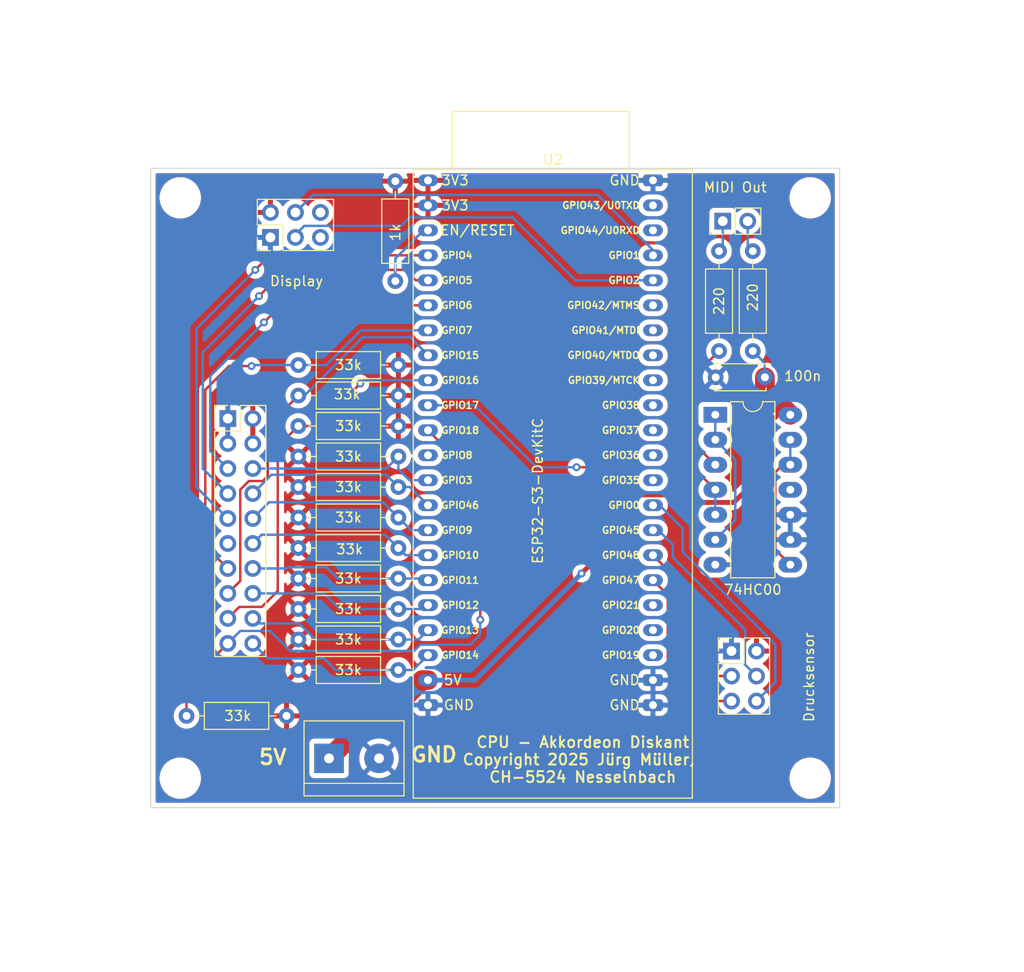
<source format=kicad_pcb>
(kicad_pcb (version 20211014) (generator pcbnew)
  (layers (0 "F.Cu" signal) (31 "B.Cu" signal) (34 "B.Paste" user) (35 "F.Paste" user) (36 "B.SilkS" user "B.Silkscreen") (37 "F.SilkS" user "F.Silkscreen") (38 "B.Mask" user) (39 "F.Mask" user) (44 "Edge.Cuts" user))
  (net 0 "")
  (net 1 "GND")
  (net 2 "+5V")
  (net 3 "Net-(J1-Pad1)")
  (net 4 "Net-(J1-Pad2)")
  (net 5 "Net-(J3-Pad3)")
  (net 6 "Net-(J3-Pad4)")
  (net 9 "Net-(J4-Pad3)")
  (net 10 "Net-(J4-Pad4)")
  (net 11 "Net-(J4-Pad5)")
  (net 12 "Net-(J4-Pad6)")
  (net 13 "Net-(J2-Pad19)")
  (net 14 "+3.3V")
  (net 15 "Net-(J2-Pad20)")
  (net 16 "Net-(J2-Pad17)")
  (net 17 "Net-(J2-Pad18)")
  (net 18 "Net-(J2-Pad15)")
  (net 19 "Net-(J2-Pad16)")
  (net 20 "Net-(J2-Pad13)")
  (net 21 "Net-(J2-Pad14)")
  (net 22 "Net-(J2-Pad12)")
  (net 23 "Net-(J2-Pad10)")
  (net 24 "Net-(J2-Pad8)")
  (net 25 "Net-(J2-Pad6)")
  (net 26 "Net-(R14-Pad1)")
  (net 27 "Net-(J2-Pad9)")
  (net 28 "Net-(J2-Pad7)")
  (net 29 "Net-(J2-Pad5)")
  (net 43 "Net-(U1-Pad1)")
  (net 44 "Net-(U1-Pad12)")
  (net 46 "Net-(R15-Pad2)")
  (net 47 "Net-(U1-Pad4)")
  (footprint "MyLibrary:Box_2x3" (layer "F.Cu") (at 208.28 101.6)
    (fp_text reference "J4" hide)
    (fp_text value "Drucksensor" (at 6.604 0.127 90 unlocked) (layer "F.SilkS"))
    (pad "1" thru_hole rect (at -1.275 -2.525) (size 1.7 1.7) (drill 1) (layers *.Cu *.Mask) (net 1 "GND"))
    (pad "2" thru_hole oval (at 1.265 -2.525) (size 1.7 1.7) (drill 1) (layers *.Cu *.Mask) (net 14 "+3.3V"))
    (pad "3" thru_hole oval (at -1.275 0.015) (size 1.7 1.7) (drill 1) (layers *.Cu *.Mask) (net 9 "Net-(J4-Pad3)"))
    (pad "4" thru_hole oval (at 1.265 0.015) (size 1.7 1.7) (drill 1) (layers *.Cu *.Mask) (net 10 "Net-(J4-Pad4)"))
    (pad "5" thru_hole oval (at -1.275 2.555) (size 1.7 1.7) (drill 1) (layers *.Cu *.Mask) (net 11 "Net-(J4-Pad5)"))
    (pad "6" thru_hole oval (at 1.265 2.555) (size 1.7 1.7) (drill 1) (layers *.Cu *.Mask) (net 12 "Net-(J4-Pad6)"))
  )
  (footprint "Resistor_THT:R_Axial_DIN0207_L6.3mm_D2.5mm_P10.16mm_Horizontal" (layer "F.Cu") (at 163 70)
    (fp_text reference "R8" hide)
    (fp_text value "33k" (at 5.08 0) (layer "F.SilkS"))
    (pad "1" thru_hole circle (at 0 0) (size 1.6 1.6) (drill 0.8) (layers *.Cu *.Mask) (net 20 "Net-(J2-Pad13)"))
    (pad "2" thru_hole oval (at 10.16 0) (size 1.6 1.6) (drill 0.8) (layers *.Cu *.Mask) (net 14 "+3.3V"))
  )
  (footprint "MountingHole:MountingHole_3.2mm_M3_ISO7380" (layer "F.Cu") (at 215 53)
    (fp_text reference "REF2" hide)
    (fp_text value "MountingHole_3.2mm_M3_ISO7380" hide)
    (pad "" np_thru_hole circle (at 0 0) (size 3.2 3.2) (drill 3.2) (layers F&B.Cu *.Mask))
  )
  (footprint "Resistor_THT:R_Axial_DIN0207_L6.3mm_D2.5mm_P10.16mm_Horizontal" (layer "F.Cu") (at 163 101)
    (fp_text reference "R3" hide)
    (fp_text value "33k" (at 5.08 0) (layer "F.SilkS"))
    (pad "1" thru_hole circle (at 0 0) (size 1.6 1.6) (drill 0.8) (layers *.Cu *.Mask) (net 14 "+3.3V"))
    (pad "2" thru_hole oval (at 10.16 0) (size 1.6 1.6) (drill 0.8) (layers *.Cu *.Mask) (net 15 "Net-(J2-Pad20)"))
  )
  (footprint "Connector_PinHeader_2.54mm:PinHeader_2x10_P2.54mm_Vertical" (layer "F.Cu") (at 155.829 75.438)
    (fp_text reference "J2" hide)
    (fp_text value "Conn_02x10_Odd_Even" hide)
    (pad "1" thru_hole rect (at 0 0) (size 1.7 1.7) (drill 1) (layers *.Cu *.Mask) (net 1 "GND"))
    (pad "2" thru_hole oval (at 2.54 0) (size 1.7 1.7) (drill 1) (layers *.Cu *.Mask) (net 14 "+3.3V"))
    (pad "3" thru_hole oval (at 0 2.54) (size 1.7 1.7) (drill 1) (layers *.Cu *.Mask) (net 1 "GND"))
    (pad "4" thru_hole oval (at 2.54 2.54) (size 1.7 1.7) (drill 1) (layers *.Cu *.Mask) (net 14 "+3.3V"))
    (pad "5" thru_hole oval (at 0 5.08) (size 1.7 1.7) (drill 1) (layers *.Cu *.Mask) (net 29 "Net-(J2-Pad5)"))
    (pad "6" thru_hole oval (at 2.54 5.08) (size 1.7 1.7) (drill 1) (layers *.Cu *.Mask) (net 25 "Net-(J2-Pad6)"))
    (pad "7" thru_hole oval (at 0 7.62) (size 1.7 1.7) (drill 1) (layers *.Cu *.Mask) (net 28 "Net-(J2-Pad7)"))
    (pad "8" thru_hole oval (at 2.54 7.62) (size 1.7 1.7) (drill 1) (layers *.Cu *.Mask) (net 24 "Net-(J2-Pad8)"))
    (pad "9" thru_hole oval (at 0 10.16) (size 1.7 1.7) (drill 1) (layers *.Cu *.Mask) (net 27 "Net-(J2-Pad9)"))
    (pad "10" thru_hole oval (at 2.54 10.16) (size 1.7 1.7) (drill 1) (layers *.Cu *.Mask) (net 23 "Net-(J2-Pad10)"))
    (pad "11" thru_hole oval (at 0 12.7) (size 1.7 1.7) (drill 1) (layers *.Cu *.Mask))
    (pad "12" thru_hole oval (at 2.54 12.7) (size 1.7 1.7) (drill 1) (layers *.Cu *.Mask) (net 22 "Net-(J2-Pad12)"))
    (pad "13" thru_hole oval (at 0 15.24) (size 1.7 1.7) (drill 1) (layers *.Cu *.Mask) (net 20 "Net-(J2-Pad13)"))
    (pad "14" thru_hole oval (at 2.54 15.24) (size 1.7 1.7) (drill 1) (layers *.Cu *.Mask) (net 21 "Net-(J2-Pad14)"))
    (pad "15" thru_hole oval (at 0 17.78) (size 1.7 1.7) (drill 1) (layers *.Cu *.Mask) (net 18 "Net-(J2-Pad15)"))
    (pad "16" thru_hole oval (at 2.54 17.78) (size 1.7 1.7) (drill 1) (layers *.Cu *.Mask) (net 19 "Net-(J2-Pad16)"))
    (pad "17" thru_hole oval (at 0 20.32) (size 1.7 1.7) (drill 1) (layers *.Cu *.Mask) (net 16 "Net-(J2-Pad17)"))
    (pad "18" thru_hole oval (at 2.54 20.32) (size 1.7 1.7) (drill 1) (layers *.Cu *.Mask) (net 17 "Net-(J2-Pad18)"))
    (pad "19" thru_hole oval (at 0 22.86) (size 1.7 1.7) (drill 1) (layers *.Cu *.Mask) (net 13 "Net-(J2-Pad19)"))
    (pad "20" thru_hole oval (at 2.54 22.86) (size 1.7 1.7) (drill 1) (layers *.Cu *.Mask) (net 15 "Net-(J2-Pad20)"))
  )
  (footprint "MountingHole:MountingHole_3.2mm_M3_ISO7380" (layer "F.Cu") (at 151 53)
    (fp_text reference "REF2" hide)
    (fp_text value "MountingHole_3.2mm_M3_ISO7380" hide)
    (pad "" np_thru_hole circle (at 0 0) (size 3.2 3.2) (drill 3.2) (layers F&B.Cu *.Mask))
  )
  (footprint "MyLibrary:TerminalBlock_bornier-2_P5.08mm" (layer "F.Cu") (at 166.116 109.982)
    (fp_text reference "J8" hide)
    (fp_text value "Power" hide)
    (pad "1" thru_hole rect (at 0 0) (size 3 3) (drill 1) (layers *.Cu *.Mask) (net 2 "+5V"))
    (pad "2" thru_hole circle (at 5.08 0) (size 3 3) (drill 1) (layers *.Cu *.Mask) (net 1 "GND"))
  )
  (footprint "Package_DIP:DIP-14_W7.62mm_LongPads" (layer "F.Cu") (at 205.359 75.057)
    (fp_text reference "U1" hide)
    (fp_text value "74HC00" (at 3.81 17.78) (layer "F.SilkS"))
    (pad "1" thru_hole rect (at 0 0) (size 2.4 1.6) (drill 0.8) (layers *.Cu *.Mask) (net 43 "Net-(U1-Pad1)"))
    (pad "2" thru_hole oval (at 0 2.54) (size 2.4 1.6) (drill 0.8) (layers *.Cu *.Mask) (net 43 "Net-(U1-Pad1)"))
    (pad "3" thru_hole oval (at 0 5.08) (size 2.4 1.6) (drill 0.8) (layers *.Cu *.Mask) (net 46 "Net-(R15-Pad2)"))
    (pad "4" thru_hole oval (at 0 7.62) (size 2.4 1.6) (drill 0.8) (layers *.Cu *.Mask) (net 47 "Net-(U1-Pad4)"))
    (pad "5" thru_hole oval (at 0 10.16) (size 2.4 1.6) (drill 0.8) (layers *.Cu *.Mask) (net 47 "Net-(U1-Pad4)"))
    (pad "6" thru_hole oval (at 0 12.7) (size 2.4 1.6) (drill 0.8) (layers *.Cu *.Mask) (net 43 "Net-(U1-Pad1)"))
    (pad "7" thru_hole oval (at 0 15.24) (size 2.4 1.6) (drill 0.8) (layers *.Cu *.Mask) (net 1 "GND"))
    (pad "8" thru_hole oval (at 7.62 15.24) (size 2.4 1.6) (drill 0.8) (layers *.Cu *.Mask) (net 44 "Net-(U1-Pad12)"))
    (pad "9" thru_hole oval (at 7.62 12.7) (size 2.4 1.6) (drill 0.8) (layers *.Cu *.Mask) (net 1 "GND"))
    (pad "10" thru_hole oval (at 7.62 10.16) (size 2.4 1.6) (drill 0.8) (layers *.Cu *.Mask) (net 1 "GND"))
    (pad "11" thru_hole oval (at 7.62 7.62) (size 2.4 1.6) (drill 0.8) (layers *.Cu *.Mask))
    (pad "12" thru_hole oval (at 7.62 5.08) (size 2.4 1.6) (drill 0.8) (layers *.Cu *.Mask) (net 44 "Net-(U1-Pad12)"))
    (pad "13" thru_hole oval (at 7.62 2.54) (size 2.4 1.6) (drill 0.8) (layers *.Cu *.Mask) (net 44 "Net-(U1-Pad12)"))
    (pad "14" thru_hole oval (at 7.62 0) (size 2.4 1.6) (drill 0.8) (layers *.Cu *.Mask) (net 2 "+5V"))
  )
  (footprint "Resistor_THT:R_Axial_DIN0207_L6.3mm_D2.5mm_P10.16mm_Horizontal" (layer "F.Cu") (at 163 73.1)
    (fp_text reference "R6" hide)
    (fp_text value "33k" (at 4.953 -0.127) (layer "F.SilkS"))
    (pad "1" thru_hole circle (at 0 0) (size 1.6 1.6) (drill 0.8) (layers *.Cu *.Mask) (net 18 "Net-(J2-Pad15)"))
    (pad "2" thru_hole oval (at 10.16 0) (size 1.6 1.6) (drill 0.8) (layers *.Cu *.Mask) (net 14 "+3.3V"))
  )
  (footprint "Resistor_THT:R_Axial_DIN0207_L6.3mm_D2.5mm_P10.16mm_Horizontal" (layer "F.Cu") (at 163 79.3)
    (fp_text reference "R13" hide)
    (fp_text value "33k" (at 5.08 0) (layer "F.SilkS"))
    (pad "1" thru_hole circle (at 0 0) (size 1.6 1.6) (drill 0.8) (layers *.Cu *.Mask) (net 14 "+3.3V"))
    (pad "2" thru_hole oval (at 10.16 0) (size 1.6 1.6) (drill 0.8) (layers *.Cu *.Mask) (net 25 "Net-(J2-Pad6)"))
  )
  (footprint "Resistor_THT:R_Axial_DIN0207_L6.3mm_D2.5mm_P10.16mm_Horizontal" (layer "F.Cu") (at 163 97.9)
    (fp_text reference "R5" hide)
    (fp_text value "33k" (at 5.08 0) (layer "F.SilkS"))
    (pad "1" thru_hole circle (at 0 0) (size 1.6 1.6) (drill 0.8) (layers *.Cu *.Mask) (net 14 "+3.3V"))
    (pad "2" thru_hole oval (at 10.16 0) (size 1.6 1.6) (drill 0.8) (layers *.Cu *.Mask) (net 17 "Net-(J2-Pad18)"))
  )
  (footprint "Resistor_THT:R_Axial_DIN0207_L6.3mm_D2.5mm_P10.16mm_Horizontal" (layer "F.Cu") (at 172.847 61.468 90)
    (fp_text reference "R14" hide)
    (fp_text value "1k" (at 4.953 0 90) (layer "F.SilkS"))
    (pad "1" thru_hole circle (at 0 0 90) (size 1.6 1.6) (drill 0.8) (layers *.Cu *.Mask) (net 26 "Net-(R14-Pad1)"))
    (pad "2" thru_hole oval (at 10.16 0 90) (size 1.6 1.6) (drill 0.8) (layers *.Cu *.Mask) (net 14 "+3.3V"))
  )
  (footprint "MyLibrary:Box_2x3" (layer "F.Cu") (at 162.687 55.753 90)
    (fp_text reference "J3" hide)
    (fp_text value "Display" (at -5.715 0.127 unlocked) (layer "F.SilkS"))
    (pad "1" thru_hole rect (at -1.275 -2.525 90) (size 1.7 1.7) (drill 1) (layers *.Cu *.Mask) (net 1 "GND"))
    (pad "2" thru_hole oval (at 1.265 -2.525 90) (size 1.7 1.7) (drill 1) (layers *.Cu *.Mask) (net 14 "+3.3V"))
    (pad "3" thru_hole oval (at -1.275 0.015 90) (size 1.7 1.7) (drill 1) (layers *.Cu *.Mask) (net 5 "Net-(J3-Pad3)"))
    (pad "4" thru_hole oval (at 1.265 0.015 90) (size 1.7 1.7) (drill 1) (layers *.Cu *.Mask) (net 6 "Net-(J3-Pad4)"))
    (pad "5" thru_hole oval (at -1.275 2.555 90) (size 1.7 1.7) (drill 1) (layers *.Cu *.Mask))
    (pad "6" thru_hole oval (at 1.265 2.555 90) (size 1.7 1.7) (drill 1) (layers *.Cu *.Mask))
  )
  (footprint "Espressif:ESP32-S3-DevKitC" (layer "F.Cu") (at 176.16532 51.2262)
    (fp_text reference "U2" (at 12.70368 -2.09728) (layer "F.SilkS"))
    (fp_text value "ESP32-S3-DevKitC" (at 11.15968 31.5778 270) (layer "F.SilkS"))
    (fp_text user "GPIO20" (at 21.59368 45.72272 unlocked) (layer "F.SilkS") (effects (font (size 0.7 0.7)) (justify right)))
    (fp_text user "GPIO36" (at 21.59368 27.94272 unlocked) (layer "F.SilkS") (effects (font (size 0.7 0.7)) (justify right)))
    (fp_text user "EN/RESET" (at 8.89 5.08 unlocked) (layer "F.SilkS") (effects (justify right)))
    (fp_text user "GPIO48" (at 21.59368 38.10272 unlocked) (layer "F.SilkS") (effects (font (size 0.7 0.7)) (justify right)))
    (fp_text user "GPIO12" (at 1.27368 43.18272 unlocked) (layer "F.SilkS") (effects (font (size 0.7 0.7)) (justify left)))
    (fp_text user "GPIO42/MTMS" (at 21.59368 12.70272 unlocked) (layer "F.SilkS") (effects (font (size 0.7 0.7)) (justify right)))
    (fp_text user "GPIO10" (at 1.27368 38.10272 unlocked) (layer "F.SilkS") (effects (font (size 0.7 0.7)) (justify left)))
    (fp_text user "GPIO7" (at 1.27368 15.24272 unlocked) (layer "F.SilkS") (effects (font (size 0.7 0.7)) (justify left)))
    (fp_text user "GPIO17" (at 1.27368 22.86272 unlocked) (layer "F.SilkS") (effects (font (size 0.7 0.7)) (justify left)))
    (fp_text user "GND" (at 21.59368 53.34272 unlocked) (layer "F.SilkS") (effects (justify right)))
    (fp_text user "GPIO4" (at 1.27368 7.62272 unlocked) (layer "F.SilkS") (effects (font (size 0.7 0.7)) (justify left)))
    (fp_text user "GPIO38" (at 21.59368 22.86272 unlocked) (layer "F.SilkS") (effects (font (size 0.7 0.7)) (justify right)))
    (fp_text user "GND" (at 21.59368 50.80272 unlocked) (layer "F.SilkS") (effects (justify right)))
    (fp_text user "GPIO21" (at 21.59368 43.18272 unlocked) (layer "F.SilkS") (effects (font (size 0.7 0.7)) (justify right)))
    (fp_text user "GPIO18" (at 1.27368 25.40272 unlocked) (layer "F.SilkS") (effects (font (size 0.7 0.7)) (justify left)))
    (fp_text user "GPIO2" (at 21.59368 10.16272 unlocked) (layer "F.SilkS") (effects (font (size 0.7 0.7)) (justify right)))
    (fp_text user "GND" (at 21.59368 0.00272 unlocked) (layer "F.SilkS") (effects (justify right)))
    (fp_text user "GPIO11" (at 1.27368 40.64272 unlocked) (layer "F.SilkS") (effects (font (size 0.7 0.7)) (justify left)))
    (fp_text user "GPIO14" (at 1.27368 48.26272 unlocked) (layer "F.SilkS") (effects (font (size 0.7 0.7)) (justify left)))
    (fp_text user "3V3" (at 1.27368 0.00272 unlocked) (layer "F.SilkS") (effects (justify left)))
    (fp_text user "GPIO46" (at 1.27368 33.02272 unlocked) (layer "F.SilkS") (effects (font (size 0.7 0.7)) (justify left)))
    (fp_text user "GPIO6" (at 1.27368 12.70272 unlocked) (layer "F.SilkS") (effects (font (size 0.7 0.7)) (justify left)))
    (fp_text user "3V3" (at 1.27368 2.54272 unlocked) (layer "F.SilkS") (effects (justify left)))
    (fp_text user "GPIO0" (at 21.59368 33.02272 unlocked) (layer "F.SilkS") (effects (font (size 0.7 0.7)) (justify right)))
    (fp_text user "GPIO9" (at 1.27368 35.56272 unlocked) (layer "F.SilkS") (effects (font (size 0.7 0.7)) (justify left)))
    (fp_text user "GPIO19" (at 21.59368 48.26272 unlocked) (layer "F.SilkS") (effects (font (size 0.7 0.7)) (justify right)))
    (fp_text user "GPIO13" (at 1.27368 45.72272 unlocked) (layer "F.SilkS") (effects (font (size 0.7 0.7)) (justify left)))
    (fp_text user "GPIO47" (at 21.59368 40.64272 unlocked) (layer "F.SilkS") (effects (font (size 0.7 0.7)) (justify right)))
    (fp_text user "GPIO1" (at 21.59368 7.62272 unlocked) (layer "F.SilkS") (effects (font (size 0.7 0.7)) (justify right)))
    (fp_text user "GND" (at 1.524 53.34 unlocked) (layer "F.SilkS") (effects (justify left)))
    (fp_text user "GPIO45" (at 21.59368 35.56272 unlocked) (layer "F.SilkS") (effects (font (size 0.7 0.7)) (justify right)))
    (fp_text user "GPIO37" (at 21.59368 25.40272 unlocked) (layer "F.SilkS") (effects (font (size 0.7 0.7)) (justify right)))
    (fp_text user "GPIO40/MTDO" (at 21.59368 17.78272 unlocked) (layer "F.SilkS") (effects (font (size 0.7 0.7)) (justify right)))
    (fp_text user "GPIO41/MTDI" (at 21.59368 15.24272 unlocked) (layer "F.SilkS") (effects (font (size 0.7 0.7)) (justify right)))
    (fp_text user "GPIO43/U0TXD" (at 21.59368 2.54272 unlocked) (layer "F.SilkS") (effects (font (size 0.7 0.7)) (justify right)))
    (fp_text user "GPIO15" (at 1.27368 17.78272 unlocked) (layer "F.SilkS") (effects (font (size 0.7 0.7)) (justify left)))
    (fp_text user "GPIO5" (at 1.27368 10.16272 unlocked) (layer "F.SilkS") (effects (font (size 0.7 0.7)) (justify left)))
    (fp_text user "5V" (at 1.524 50.8 unlocked) (layer "F.SilkS") (effects (justify left)))
    (fp_text user "GPIO44/U0RXD" (at 21.59368 5.08272 unlocked) (layer "F.SilkS") (effects (font (size 0.7 0.7)) (justify right)))
    (fp_text user "GPIO8" (at 1.27368 27.94272 unlocked) (layer "F.SilkS") (effects (font (size 0.7 0.7)) (justify left)))
    (fp_text user "GPIO39/MTCK" (at 21.59368 20.32272 unlocked) (layer "F.SilkS") (effects (font (size 0.7 0.7)) (justify right)))
    (fp_text user "GPIO35" (at 21.59368 30.48272 unlocked) (layer "F.SilkS") (effects (font (size 0.7 0.7)) (justify right)))
    (fp_text user "GPIO3" (at 1.27368 30.48272 unlocked) (layer "F.SilkS") (effects (font (size 0.7 0.7)) (justify left)))
    (fp_text user "GPIO16" (at 1.27368 20.32272 unlocked) (layer "F.SilkS") (effects (font (size 0.7 0.7)) (justify left)))
    (pad "1" thru_hole oval (at 0.00368 0.00272 270) (size 1.2 2) (drill 0.8) (layers *.Cu *.Mask) (net 14 "+3.3V"))
    (pad "2" thru_hole oval (at 0.00368 2.54272 270) (size 1.2 2) (drill 0.8) (layers *.Cu *.Mask) (net 14 "+3.3V"))
    (pad "3" thru_hole oval (at 0.00368 5.08272 270) (size 1.2 2) (drill 0.8) (layers *.Cu *.Mask) (net 26 "Net-(R14-Pad1)"))
    (pad "4" thru_hole oval (at 0.00368 7.62272 270) (size 1.2 2) (drill 0.8) (layers *.Cu *.Mask) (net 27 "Net-(J2-Pad9)"))
    (pad "5" thru_hole oval (at 0.00368 10.16272 270) (size 1.2 2) (drill 0.8) (layers *.Cu *.Mask) (net 28 "Net-(J2-Pad7)"))
    (pad "6" thru_hole oval (at 0.00368 12.70272 270) (size 1.2 2) (drill 0.8) (layers *.Cu *.Mask) (net 29 "Net-(J2-Pad5)"))
    (pad "7" thru_hole oval (at 0.00368 15.24272 270) (size 1.2 2) (drill 0.8) (layers *.Cu *.Mask) (net 20 "Net-(J2-Pad13)"))
    (pad "8" thru_hole oval (at 0.00368 17.78272 270) (size 1.2 2) (drill 0.8) (layers *.Cu *.Mask) (net 18 "Net-(J2-Pad15)"))
    (pad "9" thru_hole oval (at 0.00368 20.32272 270) (size 1.2 2) (drill 0.8) (layers *.Cu *.Mask) (net 16 "Net-(J2-Pad17)"))
    (pad "10" thru_hole oval (at 0.00368 22.86272 270) (size 1.2 2) (drill 0.8) (layers *.Cu *.Mask) (net 47 "Net-(U1-Pad4)"))
    (pad "11" thru_hole oval (at 0.00368 25.40272 270) (size 1.2 2) (drill 0.8) (layers *.Cu *.Mask) (net 13 "Net-(J2-Pad19)"))
    (pad "12" thru_hole oval (at 0.00368 27.94272 270) (size 1.2 2) (drill 0.8) (layers *.Cu *.Mask))
    (pad "13" thru_hole oval (at 0.00368 30.48272 270) (size 1.2 2) (drill 0.8) (layers *.Cu *.Mask) (net 25 "Net-(J2-Pad6)"))
    (pad "14" thru_hole oval (at 0.00368 33.02272 270) (size 1.2 2) (drill 0.8) (layers *.Cu *.Mask) (net 24 "Net-(J2-Pad8)"))
    (pad "15" thru_hole oval (at 0.00368 35.56272 270) (size 1.2 2) (drill 0.8) (layers *.Cu *.Mask) (net 23 "Net-(J2-Pad10)"))
    (pad "16" thru_hole oval (at 0.00368 38.10272 270) (size 1.2 2) (drill 0.8) (layers *.Cu *.Mask) (net 22 "Net-(J2-Pad12)"))
    (pad "17" thru_hole oval (at 0.00368 40.64272 270) (size 1.2 2) (drill 0.8) (layers *.Cu *.Mask) (net 21 "Net-(J2-Pad14)"))
    (pad "18" thru_hole oval (at 0.00368 43.18272 270) (size 1.2 2) (drill 0.8) (layers *.Cu *.Mask) (net 19 "Net-(J2-Pad16)"))
    (pad "19" thru_hole oval (at 0.00368 45.72272 270) (size 1.2 2) (drill 0.8) (layers *.Cu *.Mask) (net 17 "Net-(J2-Pad18)"))
    (pad "20" thru_hole oval (at 0 48.26 270) (size 1.2 2) (drill 0.8) (layers *.Cu *.Mask) (net 15 "Net-(J2-Pad20)"))
    (pad "21" thru_hole oval (at 0 50.8 270) (size 1.2 2) (drill 0.8) (layers *.Cu *.Mask) (net 2 "+5V"))
    (pad "22" thru_hole roundrect (at 0 53.34 270) (size 1.2 2) (drill 0.8) (layers *.Cu *.Mask) (net 1 "GND"))
    (pad "23" thru_hole roundrect (at 22.86368 53.34272 270) (size 1.2 2) (drill 0.8) (layers *.Cu *.Mask) (net 1 "GND"))
    (pad "24" thru_hole roundrect (at 22.86368 50.80272 270) (size 1.2 2) (drill 0.8) (layers *.Cu *.Mask) (net 1 "GND"))
    (pad "25" thru_hole oval (at 22.86368 48.26272 270) (size 1.2 2) (drill 0.8) (layers *.Cu *.Mask))
    (pad "26" thru_hole oval (at 22.86368 45.72272 270) (size 1.2 2) (drill 0.8) (layers *.Cu *.Mask))
    (pad "27" thru_hole oval (at 22.86368 43.18272 270) (size 1.2 2) (drill 0.8) (layers *.Cu *.Mask))
    (pad "28" thru_hole oval (at 22.86368 40.64272 270) (size 1.2 2) (drill 0.8) (layers *.Cu *.Mask) (net 11 "Net-(J4-Pad5)"))
    (pad "29" thru_hole oval (at 22.86368 38.10272 270) (size 1.2 2) (drill 0.8) (layers *.Cu *.Mask) (net 9 "Net-(J4-Pad3)"))
    (pad "30" thru_hole oval (at 22.86368 35.56272 270) (size 1.2 2) (drill 0.8) (layers *.Cu *.Mask) (net 10 "Net-(J4-Pad4)"))
    (pad "31" thru_hole oval (at 22.86368 33.02272 270) (size 1.2 2) (drill 0.8) (layers *.Cu *.Mask) (net 12 "Net-(J4-Pad6)"))
    (pad "32" thru_hole oval (at 22.86368 30.48272 270) (size 1.2 2) (drill 0.8) (layers *.Cu *.Mask))
    (pad "33" thru_hole oval (at 22.86368 27.94272 270) (size 1.2 2) (drill 0.8) (layers *.Cu *.Mask))
    (pad "34" thru_hole oval (at 22.86368 25.40272 270) (size 1.2 2) (drill 0.8) (layers *.Cu *.Mask))
    (pad "35" thru_hole oval (at 22.86368 22.86272 270) (size 1.2 2) (drill 0.8) (layers *.Cu *.Mask))
    (pad "36" thru_hole oval (at 22.86368 20.32272 270) (size 1.2 2) (drill 0.8) (layers *.Cu *.Mask))
    (pad "37" thru_hole oval (at 22.86368 17.78272 270) (size 1.2 2) (drill 0.8) (layers *.Cu *.Mask))
    (pad "38" thru_hole oval (at 22.86368 15.24272 270) (size 1.2 2) (drill 0.8) (layers *.Cu *.Mask))
    (pad "39" thru_hole oval (at 22.86368 12.70272 270) (size 1.2 2) (drill 0.8) (layers *.Cu *.Mask))
    (pad "40" thru_hole oval (at 22.86368 10.16272 270) (size 1.2 2) (drill 0.8) (layers *.Cu *.Mask) (net 5 "Net-(J3-Pad3)"))
    (pad "41" thru_hole oval (at 22.86368 7.62272 270) (size 1.2 2) (drill 0.8) (layers *.Cu *.Mask) (net 6 "Net-(J3-Pad4)"))
    (pad "42" thru_hole oval (at 22.86368 5.08272 270) (size 1.2 2) (drill 0.8) (layers *.Cu *.Mask))
    (pad "43" thru_hole oval (at 22.86368 2.54272 270) (size 1.2 2) (drill 0.8) (layers *.Cu *.Mask))
    (pad "44" thru_hole roundrect (at 22.86368 0.00272 270) (size 1.2 2) (drill 0.8) (layers *.Cu *.Mask) (net 1 "GND"))
  )
  (footprint "Resistor_THT:R_Axial_DIN0207_L6.3mm_D2.5mm_P10.16mm_Horizontal" (layer "F.Cu") (at 151.638 105.664)
    (fp_text reference "R2" hide)
    (fp_text value "33k" (at 5.207 0) (layer "F.SilkS"))
    (pad "1" thru_hole circle (at 0 0) (size 1.6 1.6) (drill 0.8) (layers *.Cu *.Mask) (net 13 "Net-(J2-Pad19)"))
    (pad "2" thru_hole oval (at 10.16 0) (size 1.6 1.6) (drill 0.8) (layers *.Cu *.Mask) (net 14 "+3.3V"))
  )
  (footprint "Resistor_THT:R_Axial_DIN0207_L6.3mm_D2.5mm_P10.16mm_Horizontal" (layer "F.Cu") (at 163 85.5)
    (fp_text reference "R11" hide)
    (fp_text value "33k" (at 5.08 0) (layer "F.SilkS"))
    (pad "1" thru_hole circle (at 0 0) (size 1.6 1.6) (drill 0.8) (layers *.Cu *.Mask) (net 14 "+3.3V"))
    (pad "2" thru_hole oval (at 10.16 0) (size 1.6 1.6) (drill 0.8) (layers *.Cu *.Mask) (net 23 "Net-(J2-Pad10)"))
  )
  (footprint "Connector_PinHeader_2.54mm:PinHeader_1x02_P2.54mm_Vertical" (layer "F.Cu") (at 206.116 55.372 90)
    (fp_text reference "J1" hide)
    (fp_text value "MIDI Out" (at 3.429 1.275 180) (layer "F.SilkS"))
    (pad "1" thru_hole rect (at 0 0 90) (size 1.7 1.7) (drill 1) (layers *.Cu *.Mask) (net 3 "Net-(J1-Pad1)"))
    (pad "2" thru_hole oval (at 0 2.54 90) (size 1.7 1.7) (drill 1) (layers *.Cu *.Mask) (net 4 "Net-(J1-Pad2)"))
  )
  (footprint "MountingHole:MountingHole_3.2mm_M3_ISO7380" (layer "F.Cu") (at 151 112)
    (fp_text reference "REF2" hide)
    (fp_text value "MountingHole_3.2mm_M3_ISO7380" hide)
    (pad "" np_thru_hole circle (at 0 0) (size 3.2 3.2) (drill 3.2) (layers F&B.Cu *.Mask))
  )
  (footprint "Resistor_THT:R_Axial_DIN0207_L6.3mm_D2.5mm_P10.16mm_Horizontal" (layer "F.Cu") (at 163 91.7)
    (fp_text reference "R9" hide)
    (fp_text value "33k" (at 5.08 0) (layer "F.SilkS"))
    (pad "1" thru_hole circle (at 0 0) (size 1.6 1.6) (drill 0.8) (layers *.Cu *.Mask) (net 14 "+3.3V"))
    (pad "2" thru_hole oval (at 10.16 0) (size 1.6 1.6) (drill 0.8) (layers *.Cu *.Mask) (net 21 "Net-(J2-Pad14)"))
  )
  (footprint "Resistor_THT:R_Axial_DIN0207_L6.3mm_D2.5mm_P10.16mm_Horizontal" (layer "F.Cu") (at 163 82.4)
    (fp_text reference "R12" hide)
    (fp_text value "33k" (at 5.08 0) (layer "F.SilkS"))
    (pad "1" thru_hole circle (at 0 0) (size 1.6 1.6) (drill 0.8) (layers *.Cu *.Mask) (net 14 "+3.3V"))
    (pad "2" thru_hole oval (at 10.16 0) (size 1.6 1.6) (drill 0.8) (layers *.Cu *.Mask) (net 24 "Net-(J2-Pad8)"))
  )
  (footprint "Resistor_THT:R_Axial_DIN0207_L6.3mm_D2.5mm_P10.16mm_Horizontal" (layer "F.Cu") (at 205.74 58.42 -90)
    (fp_text reference "R15" hide)
    (fp_text value "220" (at 5.08 0 90) (layer "F.SilkS"))
    (pad "1" thru_hole circle (at 0 0 270) (size 1.6 1.6) (drill 0.8) (layers *.Cu *.Mask) (net 3 "Net-(J1-Pad1)"))
    (pad "2" thru_hole oval (at 10.16 0 270) (size 1.6 1.6) (drill 0.8) (layers *.Cu *.Mask) (net 46 "Net-(R15-Pad2)"))
  )
  (footprint "Resistor_THT:R_Axial_DIN0207_L6.3mm_D2.5mm_P10.16mm_Horizontal" (layer "F.Cu") (at 163 76.2)
    (fp_text reference "R4" hide)
    (fp_text value "33k" (at 5.08 0) (layer "F.SilkS"))
    (pad "1" thru_hole circle (at 0 0) (size 1.6 1.6) (drill 0.8) (layers *.Cu *.Mask) (net 16 "Net-(J2-Pad17)"))
    (pad "2" thru_hole oval (at 10.16 0) (size 1.6 1.6) (drill 0.8) (layers *.Cu *.Mask) (net 14 "+3.3V"))
  )
  (footprint "Capacitor_THT:C_Disc_D5.0mm_W2.5mm_P5.00mm" (layer "F.Cu") (at 205.399 71.247)
    (fp_text reference "C1" hide)
    (fp_text value "100n" (at 8.85 -0.127) (layer "F.SilkS"))
    (pad "1" thru_hole circle (at 0 0) (size 1.6 1.6) (drill 0.8) (layers *.Cu *.Mask) (net 1 "GND"))
    (pad "2" thru_hole circle (at 5 0) (size 1.6 1.6) (drill 0.8) (layers *.Cu *.Mask) (net 2 "+5V"))
  )
  (footprint "MountingHole:MountingHole_3.2mm_M3_ISO7380" (layer "F.Cu") (at 215 112)
    (fp_text reference "REF2" hide)
    (fp_text value "MountingHole_3.2mm_M3_ISO7380" hide)
    (pad "" np_thru_hole circle (at 0 0) (size 3.2 3.2) (drill 3.2) (layers F&B.Cu *.Mask))
  )
  (footprint "Resistor_THT:R_Axial_DIN0207_L6.3mm_D2.5mm_P10.16mm_Horizontal" (layer "F.Cu") (at 163 94.8)
    (fp_text reference "R7" hide)
    (fp_text value "33k" (at 5.08 0) (layer "F.SilkS"))
    (pad "1" thru_hole circle (at 0 0) (size 1.6 1.6) (drill 0.8) (layers *.Cu *.Mask) (net 14 "+3.3V"))
    (pad "2" thru_hole oval (at 10.16 0) (size 1.6 1.6) (drill 0.8) (layers *.Cu *.Mask) (net 19 "Net-(J2-Pad16)"))
  )
  (footprint "Resistor_THT:R_Axial_DIN0207_L6.3mm_D2.5mm_P10.16mm_Horizontal" (layer "F.Cu") (at 163 88.6)
    (fp_text reference "R10" hide)
    (fp_text value "33k" (at 5.207 0.127) (layer "F.SilkS"))
    (pad "1" thru_hole circle (at 0 0) (size 1.6 1.6) (drill 0.8) (layers *.Cu *.Mask) (net 14 "+3.3V"))
    (pad "2" thru_hole oval (at 10.16 0) (size 1.6 1.6) (drill 0.8) (layers *.Cu *.Mask) (net 22 "Net-(J2-Pad12)"))
  )
  (footprint "Resistor_THT:R_Axial_DIN0207_L6.3mm_D2.5mm_P10.16mm_Horizontal" (layer "F.Cu") (at 209.169 68.58 90)
    (fp_text reference "R1" hide)
    (fp_text value "220" (at 5.461 0 90) (layer "F.SilkS"))
    (pad "1" thru_hole circle (at 0 0 90) (size 1.6 1.6) (drill 0.8) (layers *.Cu *.Mask) (net 2 "+5V"))
    (pad "2" thru_hole oval (at 10.16 0 90) (size 1.6 1.6) (drill 0.8) (layers *.Cu *.Mask) (net 4 "Net-(J1-Pad2)"))
  )
  (gr_rect (start 148 50) (end 218 115) (layer "Edge.Cuts") (width 0.1) (fill none))
  (gr_text "5V" (at 160.401 109.855) (layer "F.SilkS") (effects (font (size 1.5 1.5) (thickness 0.3))))
  (gr_text "GND" (at 176.784 109.601) (layer "F.SilkS") (effects (font (size 1.5 1.5) (thickness 0.3))))
  (gr_text "CPU - Akkordeon Diskant\nCopyright 2025 Jürg Müller, \nCH-5524 Nesselnbach\n" (at 191.897 110.109) (layer "F.SilkS") (effects (font (size 1.1 1.1) (thickness 0.2))))
  (segment (start 193.675 89.281) (end 193.675 86.106) (width 0.5) (layer "F.Cu") (net 2))
  (segment (start 210.399 71.247) (end 210.399 72.477) (width 2) (layer "F.Cu") (net 2))
  (segment (start 191.77 91.186) (end 193.675 89.281) (width 0.5) (layer "F.Cu") (net 2))
  (segment (start 209.804 81.407) (end 209.804 76.962) (width 0.5) (layer "F.Cu") (net 2))
  (segment (start 207.244 83.967) (end 209.804 81.407) (width 0.5) (layer "F.Cu") (net 2))
  (segment (start 202.077 83.967) (end 207.244 83.967) (width 0.5) (layer "F.Cu") (net 2))
  (segment (start 201.30892 83.19892) (end 202.077 83.967) (width 0.5) (layer "F.Cu") (net 2))
  (segment (start 211.709 75.057) (end 212.979 75.057) (width 0.5) (layer "F.Cu") (net 2))
  (segment (start 193.675 86.106) (end 196.58208 83.19892) (width 0.5) (layer "F.Cu") (net 2))
  (segment (start 209.804 76.962) (end 211.709 75.057) (width 0.5) (layer "F.Cu") (net 2))
  (segment (start 169.545 106.553) (end 166.116 109.982) (width 2) (layer "F.Cu") (net 2))
  (segment (start 212.0265 74.1045) (end 212.979 75.057) (width 2) (layer "F.Cu") (net 2))
  (segment (start 196.58208 83.19892) (end 201.30892 83.19892) (width 0.5) (layer "F.Cu") (net 2))
  (segment (start 176.16532 102.0262) (end 175.584 102.0262) (width 2) (layer "F.Cu") (net 2))
  (segment (start 171.577 106.553) (end 169.545 106.553) (width 2) (layer "F.Cu") (net 2))
  (segment (start 175.584 102.0262) (end 171.577 106.0332) (width 2) (layer "F.Cu") (net 2))
  (segment (start 210.399 72.477) (end 212.0265 74.1045) (width 2) (layer "F.Cu") (net 2))
  (via (at 191.77 91.186) (size 0.8) (drill 0.4) (layers "F.Cu" "B.Cu") (net 2))
  (segment (start 210.399 71.247) (end 210.399 69.81) (width 0.25) (layer "B.Cu") (net 2))
  (segment (start 180.9298 102.0262) (end 191.77 91.186) (width 0.5) (layer "B.Cu") (net 2))
  (segment (start 176.16532 102.0262) (end 180.9298 102.0262) (width 0.5) (layer "B.Cu") (net 2))
  (segment (start 210.399 69.81) (end 209.169 68.58) (width 0.25) (layer "B.Cu") (net 2))
  (segment (start 206.116 58.044) (end 205.74 58.42) (width 0.25) (layer "B.Cu") (net 3))
  (segment (start 206.116 55.372) (end 206.116 58.044) (width 0.25) (layer "B.Cu") (net 3))
  (segment (start 208.656 55.372) (end 208.656 57.907) (width 0.25) (layer "B.Cu") (net 4))
  (segment (start 208.656 57.907) (end 209.169 58.42) (width 0.25) (layer "B.Cu") (net 4))
  (segment (start 184.785 54.991) (end 174.317 54.991) (width 0.25) (layer "B.Cu") (net 5))
  (segment (start 162.702 56.754) (end 163.603 55.853) (width 0.25) (layer "B.Cu") (net 5))
  (segment (start 199.029 61.38892) (end 191.18292 61.38892) (width 0.25) (layer "B.Cu") (net 5))
  (segment (start 191.18292 61.38892) (end 184.785 54.991) (width 0.25) (layer "B.Cu") (net 5))
  (segment (start 163.603 55.853) (end 173.455 55.853) (width 0.25) (layer "B.Cu") (net 5))
  (segment (start 174.317 54.991) (end 173.455 55.853) (width 0.25) (layer "B.Cu") (net 5))
  (segment (start 162.702 57.028) (end 162.702 56.754) (width 0.25) (layer "B.Cu") (net 5))
  (segment (start 164.485 52.705) (end 193.421 52.705) (width 0.25) (layer "B.Cu") (net 6))
  (segment (start 162.702 54.488) (end 164.485 52.705) (width 0.25) (layer "B.Cu") (net 6))
  (segment (start 193.421 52.705) (end 199.029 58.313) (width 0.25) (layer "B.Cu") (net 6))
  (segment (start 199.029 58.313) (end 199.029 58.84892) (width 0.25) (layer "B.Cu") (net 6))
  (segment (start 202.834 101.615) (end 207.005 101.615) (width 0.25) (layer "F.Cu") (net 9))
  (segment (start 201.168 91.46792) (end 201.168 99.949) (width 0.25) (layer "F.Cu") (net 9))
  (segment (start 201.168 99.949) (end 202.834 101.615) (width 0.25) (layer "F.Cu") (net 9))
  (segment (start 199.029 89.32892) (end 201.168 91.46792) (width 0.25) (layer "F.Cu") (net 9))
  (segment (start 201.041 89.535) (end 201.041 88.265) (width 0.25) (layer "B.Cu") (net 10))
  (segment (start 208.37 100.44) (end 208.37 97.7) (width 0.25) (layer "B.Cu") (net 10))
  (segment (start 208.407 96.901) (end 201.041 89.535) (width 0.25) (layer "B.Cu") (net 10))
  (segment (start 201.041 88.265) (end 199.56492 86.78892) (width 0.25) (layer "B.Cu") (net 10))
  (segment (start 208.37 97.7) (end 208.407 97.663) (width 0.25) (layer "B.Cu") (net 10))
  (segment (start 208.407 97.663) (end 208.407 96.901) (width 0.25) (layer "B.Cu") (net 10))
  (segment (start 209.545 101.615) (end 208.37 100.44) (width 0.25) (layer "B.Cu") (net 10))
  (segment (start 199.56492 86.78892) (end 199.029 86.78892) (width 0.25) (layer "B.Cu") (net 10))
  (segment (start 200.533 100.965) (end 203.723 104.155) (width 0.25) (layer "F.Cu") (net 11))
  (segment (start 200.533 93.37292) (end 200.533 100.965) (width 0.25) (layer "F.Cu") (net 11))
  (segment (start 203.723 104.155) (end 207.005 104.155) (width 0.25) (layer "F.Cu") (net 11))
  (segment (start 199.029 91.86892) (end 200.533 93.37292) (width 0.25) (layer "F.Cu") (net 11))
  (segment (start 202.057 86.614) (end 202.057 88.98599) (width 0.25) (layer "B.Cu") (net 12))
  (segment (start 202.057 88.98599) (end 210.60701 97.536) (width 0.25) (layer "B.Cu") (net 12))
  (segment (start 211.455 98.425) (end 211.455 102.245) (width 0.25) (layer "B.Cu") (net 12))
  (segment (start 199.029 84.24892) (end 199.69192 84.24892) (width 0.25) (layer "B.Cu") (net 12))
  (segment (start 210.60701 97.57701) (end 211.455 98.425) (width 0.25) (layer "B.Cu") (net 12))
  (segment (start 199.69192 84.24892) (end 202.057 86.614) (width 0.25) (layer "B.Cu") (net 12))
  (segment (start 210.60701 97.536) (end 210.60701 97.57701) (width 0.25) (layer "B.Cu") (net 12))
  (segment (start 211.455 102.245) (end 209.545 104.155) (width 0.25) (layer "B.Cu") (net 12))
  (segment (start 181.483 81.94292) (end 176.169 76.62892) (width 0.25) (layer "F.Cu") (net 13))
  (segment (start 181.483 95.885) (end 181.483 81.94292) (width 0.25) (layer "F.Cu") (net 13))
  (segment (start 151.638 105.664) (end 151.638 102.489) (width 0.25) (layer "F.Cu") (net 13))
  (segment (start 151.638 102.489) (end 155.829 98.298) (width 0.25) (layer "F.Cu") (net 13))
  (via (at 181.483 95.885) (size 0.8) (drill 0.4) (layers "F.Cu" "B.Cu") (net 13))
  (segment (start 159.766 97.028) (end 160.147 97.028) (width 0.25) (layer "B.Cu") (net 13))
  (segment (start 155.829 98.298) (end 157.099 97.028) (width 0.25) (layer "B.Cu") (net 13))
  (segment (start 160.147 97.028) (end 162.179 99.06) (width 0.25) (layer "B.Cu") (net 13))
  (segment (start 175.387 98.425) (end 180.467 98.425) (width 0.25) (layer "B.Cu") (net 13))
  (segment (start 181.483 97.409) (end 181.483 95.885) (width 0.25) (layer "B.Cu") (net 13))
  (segment (start 174.752 99.06) (end 175.387 98.425) (width 0.25) (layer "B.Cu") (net 13))
  (segment (start 157.099 97.028) (end 159.766 97.028) (width 0.25) (layer "B.Cu") (net 13))
  (segment (start 166.116 99.06) (end 174.752 99.06) (width 0.25) (layer "B.Cu") (net 13))
  (segment (start 162.179 99.06) (end 166.116 99.06) (width 0.25) (layer "B.Cu") (net 13))
  (segment (start 180.467 98.425) (end 181.483 97.409) (width 0.25) (layer "B.Cu") (net 13))
  (segment (start 165.608 99.822) (end 166.786 101) (width 0.25) (layer "B.Cu") (net 15))
  (segment (start 158.369 98.298) (end 159.893 99.822) (width 0.25) (layer "B.Cu") (net 15))
  (segment (start 173.16 101) (end 174.65152 101) (width 0.25) (layer "B.Cu") (net 15))
  (segment (start 174.65152 101) (end 176.16532 99.4862) (width 0.25) (layer "B.Cu") (net 15))
  (segment (start 166.786 101) (end 173.16 101) (width 0.25) (layer "B.Cu") (net 15))
  (segment (start 159.893 99.822) (end 165.608 99.822) (width 0.25) (layer "B.Cu") (net 15))
  (segment (start 164.973 76.2) (end 169.291 71.882) (width 0.25) (layer "F.Cu") (net 16))
  (segment (start 160.909 78.291) (end 160.909 92.964) (width 0.25) (layer "F.Cu") (net 16))
  (segment (start 163 76.2) (end 164.973 76.2) (width 0.25) (layer "F.Cu") (net 16))
  (segment (start 163 76.2) (end 160.909 78.291) (width 0.25) (layer "F.Cu") (net 16))
  (segment (start 157.004 94.583) (end 155.829 95.758) (width 0.25) (layer "F.Cu") (net 16))
  (segment (start 159.29 94.583) (end 157.004 94.583) (width 0.25) (layer "F.Cu") (net 16))
  (segment (start 160.909 92.964) (end 159.29 94.583) (width 0.25) (layer "F.Cu") (net 16))
  (via (at 169.291 71.882) (size 0.8) (drill 0.4) (layers "F.Cu" "B.Cu") (net 16))
  (segment (start 169.62408 71.54892) (end 176.169 71.54892) (width 0.25) (layer "B.Cu") (net 16))
  (segment (start 169.291 71.882) (end 169.62408 71.54892) (width 0.25) (layer "B.Cu") (net 16))
  (segment (start 164.702 97.9) (end 173.16 97.9) (width 0.25) (layer "B.Cu") (net 17))
  (segment (start 163.068 96.266) (end 164.702 97.9) (width 0.25) (layer "B.Cu") (net 17))
  (segment (start 158.877 96.266) (end 163.068 96.266) (width 0.25) (layer "B.Cu") (net 17))
  (segment (start 175.21792 97.9) (end 176.169 96.94892) (width 0.25) (layer "B.Cu") (net 17))
  (segment (start 158.369 95.758) (end 158.877 96.266) (width 0.25) (layer "B.Cu") (net 17))
  (segment (start 173.16 97.9) (end 175.21792 97.9) (width 0.25) (layer "B.Cu") (net 17))
  (segment (start 157.977299 81.788) (end 159.385 81.788) (width 0.25) (layer "F.Cu") (net 18))
  (segment (start 155.829 93.218) (end 157.099 91.948) (width 0.25) (layer "F.Cu") (net 18))
  (segment (start 159.893 76.207) (end 163 73.1) (width 0.25) (layer "F.Cu") (net 18))
  (segment (start 157.099 82.666299) (end 157.977299 81.788) (width 0.25) (layer "F.Cu") (net 18))
  (segment (start 159.385 81.788) (end 159.893 81.28) (width 0.25) (layer "F.Cu") (net 18))
  (segment (start 157.099 91.948) (end 157.099 82.666299) (width 0.25) (layer "F.Cu") (net 18))
  (segment (start 159.893 81.28) (end 159.893 76.207) (width 0.25) (layer "F.Cu") (net 18))
  (segment (start 176.169 68.981) (end 176.169 69.00892) (width 0.25) (layer "B.Cu") (net 18))
  (segment (start 163 73.1) (end 163.628 73.1) (width 0.25) (layer "B.Cu") (net 18))
  (segment (start 174.371 67.183) (end 176.169 68.981) (width 0.25) (layer "B.Cu") (net 18))
  (segment (start 169.545 67.183) (end 174.371 67.183) (width 0.25) (layer "B.Cu") (net 18))
  (segment (start 163.628 73.1) (end 169.545 67.183) (width 0.25) (layer "B.Cu") (net 18))
  (segment (start 167.19 94.8) (end 173.16 94.8) (width 0.25) (layer "B.Cu") (net 19))
  (segment (start 175.77792 94.8) (end 176.169 94.40892) (width 0.25) (layer "B.Cu") (net 19))
  (segment (start 173.16 94.8) (end 175.77792 94.8) (width 0.25) (layer "B.Cu") (net 19))
  (segment (start 158.369 93.218) (end 165.608 93.218) (width 0.25) (layer "B.Cu") (net 19))
  (segment (start 165.608 93.218) (end 167.19 94.8) (width 0.25) (layer "B.Cu") (net 19))
  (segment (start 158.242 70.104) (end 155.956 70.104) (width 0.25) (layer "F.Cu") (net 20))
  (segment (start 153.543 72.517) (end 153.543 88.392) (width 0.25) (layer "F.Cu") (net 20))
  (segment (start 155.956 70.104) (end 153.543 72.517) (width 0.25) (layer "F.Cu") (net 20))
  (segment (start 153.543 88.392) (end 155.829 90.678) (width 0.25) (layer "F.Cu") (net 20))
  (via (at 158.242 70.104) (size 0.8) (drill 0.4) (layers "F.Cu" "B.Cu") (net 20))
  (segment (start 163 70) (end 165.839 70) (width 0.25) (layer "B.Cu") (net 20))
  (segment (start 165.839 70) (end 169.37008 66.46892) (width 0.25) (layer "B.Cu") (net 20))
  (segment (start 169.37008 66.46892) (end 176.169 66.46892) (width 0.25) (layer "B.Cu") (net 20))
  (segment (start 158.346 70) (end 158.242 70.104) (width 0.25) (layer "B.Cu") (net 20))
  (segment (start 163 70) (end 158.346 70) (width 0.25) (layer "B.Cu") (net 20))
  (segment (start 173.16 91.7) (end 167.011 91.7) (width 0.25) (layer "B.Cu") (net 21))
  (segment (start 161.798 90.678) (end 161.925 90.551) (width 0.25) (layer "B.Cu") (net 21))
  (segment (start 173.16 91.7) (end 176.00008 91.7) (width 0.25) (layer "B.Cu") (net 21))
  (segment (start 165.862 90.551) (end 161.925 90.551) (width 0.25) (layer "B.Cu") (net 21))
  (segment (start 176.00008 91.7) (end 176.169 91.86892) (width 0.25) (layer "B.Cu") (net 21))
  (segment (start 167.011 91.7) (end 165.862 90.551) (width 0.25) (layer "B.Cu") (net 21))
  (segment (start 158.369 90.678) (end 161.798 90.678) (width 0.25) (layer "B.Cu") (net 21))
  (segment (start 171.809 87.249) (end 173.16 88.6) (width 0.25) (layer "B.Cu") (net 22))
  (segment (start 173.88892 89.32892) (end 173.16 88.6) (width 0.25) (layer "B.Cu") (net 22))
  (segment (start 158.369 88.138) (end 159.258 87.249) (width 0.25) (layer "B.Cu") (net 22))
  (segment (start 159.258 87.249) (end 171.809 87.249) (width 0.25) (layer "B.Cu") (net 22))
  (segment (start 176.169 89.32892) (end 173.88892 89.32892) (width 0.25) (layer "B.Cu") (net 22))
  (segment (start 158.369 85.598) (end 160.02 83.947) (width 0.25) (layer "B.Cu") (net 23))
  (segment (start 160.02 83.947) (end 171.607 83.947) (width 0.25) (layer "B.Cu") (net 23))
  (segment (start 171.607 83.947) (end 173.16 85.5) (width 0.25) (layer "B.Cu") (net 23))
  (segment (start 176.169 86.78892) (end 174.44892 86.78892) (width 0.25) (layer "B.Cu") (net 23))
  (segment (start 174.44892 86.78892) (end 173.16 85.5) (width 0.25) (layer "B.Cu") (net 23))
  (segment (start 171.913 81.153) (end 173.16 82.4) (width 0.25) (layer "B.Cu") (net 24))
  (segment (start 174.32008 82.4) (end 176.169 84.24892) (width 0.25) (layer "B.Cu") (net 24))
  (segment (start 160.274 81.153) (end 171.913 81.153) (width 0.25) (layer "B.Cu") (net 24))
  (segment (start 173.16 82.4) (end 174.32008 82.4) (width 0.25) (layer "B.Cu") (net 24))
  (segment (start 158.369 83.058) (end 160.274 81.153) (width 0.25) (layer "B.Cu") (net 24))
  (segment (start 158.369 80.518) (end 171.942 80.518) (width 0.25) (layer "B.Cu") (net 25))
  (segment (start 173.16 79.3) (end 173.16 80.577) (width 0.25) (layer "B.Cu") (net 25))
  (segment (start 174.29192 81.70892) (end 176.169 81.70892) (width 0.25) (layer "B.Cu") (net 25))
  (segment (start 171.942 80.518) (end 173.16 79.3) (width 0.25) (layer "B.Cu") (net 25))
  (segment (start 173.16 80.577) (end 174.29192 81.70892) (width 0.25) (layer "B.Cu") (net 25))
  (segment (start 176.169 56.30892) (end 175.72008 56.30892) (width 0.25) (layer "B.Cu") (net 26))
  (segment (start 175.72008 56.30892) (end 172.847 59.182) (width 0.25) (layer "B.Cu") (net 26))
  (segment (start 172.847 59.182) (end 172.847 61.468) (width 0.25) (layer "B.Cu") (net 26))
  (segment (start 160.09908 58.84892) (end 176.169 58.84892) (width 0.25) (layer "F.Cu") (net 27))
  (segment (start 158.623 60.325) (end 160.09908 58.84892) (width 0.25) (layer "F.Cu") (net 27))
  (via (at 158.623 60.325) (size 0.8) (drill 0.4) (layers "F.Cu" "B.Cu") (net 27))
  (segment (start 152.654 82.423) (end 155.829 85.598) (width 0.25) (layer "B.Cu") (net 27))
  (segment (start 152.654 66.294) (end 158.623 60.325) (width 0.25) (layer "B.Cu") (net 27))
  (segment (start 152.654 68.453) (end 152.654 66.294) (width 0.25) (layer "B.Cu") (net 27))
  (segment (start 152.654 68.453) (end 152.654 82.423) (width 0.25) (layer "B.Cu") (net 27))
  (segment (start 173.863 60.325) (end 161.671 60.325) (width 0.25) (layer "F.Cu") (net 28))
  (segment (start 159.004 62.992) (end 161.0995 60.8965) (width 0.25) (layer "F.Cu") (net 28))
  (segment (start 161.671 60.325) (end 161.0995 60.8965) (width 0.25) (layer "F.Cu") (net 28))
  (segment (start 161.544 60.452) (end 161.653 60.343) (width 0.25) (layer "F.Cu") (net 28))
  (segment (start 174.92692 61.38892) (end 173.863 60.325) (width 0.25) (layer "F.Cu") (net 28))
  (segment (start 161.0995 60.8965) (end 161.544 60.452) (width 0.25) (layer "F.Cu") (net 28))
  (segment (start 176.169 61.38892) (end 174.92692 61.38892) (width 0.25) (layer "F.Cu") (net 28))
  (via (at 159.004 62.992) (size 0.8) (drill 0.4) (layers "F.Cu" "B.Cu") (net 28))
  (segment (start 153.289 69.596) (end 153.289 80.518) (width 0.25) (layer "B.Cu") (net 28))
  (segment (start 153.289 80.518) (end 155.829 83.058) (width 0.25) (layer "B.Cu") (net 28))
  (segment (start 153.289 69.596) (end 153.289 68.707) (width 0.25) (layer "B.Cu") (net 28))
  (segment (start 154.559 67.437) (end 159.004 62.992) (width 0.25) (layer "B.Cu") (net 28))
  (segment (start 153.289 68.707) (end 154.559 67.437) (width 0.25) (layer "B.Cu") (net 28))
  (segment (start 161.24208 63.92892) (end 159.512 65.659) (width 0.25) (layer "F.Cu") (net 29))
  (segment (start 176.169 63.92892) (end 161.24208 63.92892) (width 0.25) (layer "F.Cu") (net 29))
  (via (at 159.512 65.659) (size 0.8) (drill 0.4) (layers "F.Cu" "B.Cu") (net 29))
  (segment (start 154.051 78.74) (end 155.829 80.518) (width 0.25) (layer "B.Cu") (net 29))
  (segment (start 159.512 65.659) (end 154.051 71.12) (width 0.25) (layer "B.Cu") (net 29))
  (segment (start 154.051 71.12) (end 154.051 78.74) (width 0.25) (layer "B.Cu") (net 29))
  (segment (start 205.359 75.057) (end 205.359 77.597) (width 0.25) (layer "B.Cu") (net 43))
  (segment (start 207.391 85.725) (end 207.391 79.629) (width 0.25) (layer "B.Cu") (net 43))
  (segment (start 205.359 87.757) (end 207.391 85.725) (width 0.25) (layer "B.Cu") (net 43))
  (segment (start 207.391 79.629) (end 205.359 77.597) (width 0.25) (layer "B.Cu") (net 43))
  (segment (start 211.454 80.9) (end 211.454 88.772) (width 0.25) (layer "F.Cu") (net 44))
  (segment (start 211.454 88.772) (end 212.979 90.297) (width 0.25) (layer "F.Cu") (net 44))
  (segment (start 212.979 80.137) (end 212.217 80.137) (width 0.25) (layer "F.Cu") (net 44))
  (segment (start 212.217 80.137) (end 211.454 80.9) (width 0.25) (layer "F.Cu") (net 44))
  (segment (start 212.979 77.597) (end 212.979 80.137) (width 0.25) (layer "B.Cu") (net 44))
  (segment (start 202.819 77.597) (end 205.359 80.137) (width 0.25) (layer "F.Cu") (net 46))
  (segment (start 202.819 71.501) (end 202.819 77.597) (width 0.25) (layer "F.Cu") (net 46))
  (segment (start 205.74 68.58) (end 202.819 71.501) (width 0.25) (layer "F.Cu") (net 46))
  (segment (start 203.073 80.391) (end 205.359 82.677) (width 0.25) (layer "F.Cu") (net 47))
  (segment (start 191.262 80.391) (end 203.073 80.391) (width 0.25) (layer "F.Cu") (net 47))
  (via (at 191.262 80.391) (size 0.8) (drill 0.4) (layers "F.Cu" "B.Cu") (net 47))
  (segment (start 176.169 74.08892) (end 180.89592 74.08892) (width 0.25) (layer "B.Cu") (net 47))
  (segment (start 187.198 80.391) (end 191.262 80.391) (width 0.25) (layer "B.Cu") (net 47))
  (segment (start 180.89592 74.08892) (end 187.198 80.391) (width 0.25) (layer "B.Cu") (net 47))
  (segment (start 205.359 82.677) (end 205.359 85.217) (width 0.25) (layer "B.Cu") (net 47))
  (zone (net 14) (net_name "+3.3V") (layer "F.Cu") (connect_pads (clearance 0.508)) (min_thickness 0.254) (fill yes (thermal_gap 0.508) (thermal_bridge_width 0.508))
    (polygon (pts (xy 236.728 131.675) (xy 132.686 131.675) (xy 132.686 32.893) (xy 236.728 32.893)))
  )
  (zone (net 1) (net_name "GND") (layer "B.Cu") (connect_pads (clearance 0.508)) (min_thickness 0.254) (fill yes (thermal_gap 0.508) (thermal_bridge_width 0.508))
    (polygon (pts (xy 233.934 34.417) (xy 233.934 130.278) (xy 135.521 130.278) (xy 135.521 34.417)))
  )
)
</source>
